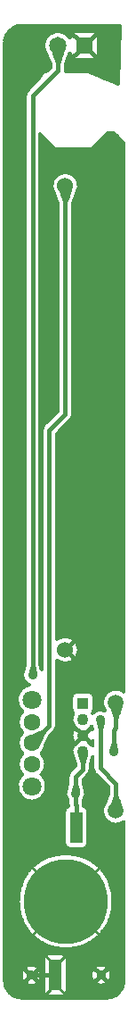
<source format=gbl>
*
%LPD*%
%LNKIMONO2-L2*%
%FSLAX25Y25*%
%MOIN*%
%AD*%
%AD*%
%ADD26C,0.06*%
%ADD38C,0.012*%
%ADD39C,0.015*%
%ADD40C,0.01*%
%ADD41R,0.064959843X0.064959843*%
%ADD42C,0.064959843*%
%ADD61C,0.059059843*%
%ADD65C,0.062990157*%
%ADD66C,0.036*%
%ADD68C,0.070870079*%
%ADD98R,0.043309843X0.043309843*%
%ADD99C,0.043309843*%
%ADD102R,0.047240157X0.118109843*%
%ADD103C,0.314959843*%
G54D26*
%SRX1Y1I0.0J0.0*%
G1X85802Y131978D3*
G1X85802Y305206D3*
G1X103080Y10567D2*
G75*
G54D38*
G3X103080Y10567I-3900J0D1*
G1X76980Y10467D2*
G3X76980Y10467I-3900J0D1*
G1X103828Y38067D2*
G3X103828Y38067I-17848J0D1*
G74*
G1X96130Y96100D2*
G1X96130Y98034D1*
G1X95412Y97067D2*
G75*
G3X96130Y98034I-3031J3001D1*
G1X96130Y96100D2*
G3X95412Y97067I-3749J-2034D1*
G1X95991Y102337D2*
G3X95412Y103067I-3611J-2270D1*
G74*
G1X95991Y102337D2*
G1X95713Y103406D1*
G1X95412Y103067D2*
G75*
G3X95713Y103406I-3034J2997D1*
G74*
G1X107780Y116408D2*
G1X107780Y321218D1*
G1X103944Y325054D1*
G1X101829Y325054D1*
G1X95735Y318961D1*
G1X81985Y318961D1*
G1X76430Y324515D1*
G1X76430Y126531D1*
G1X76930Y124607D1*
G1X76930Y213767D1*
G1X77765Y215782D2*
G75*
G3X76930Y213767I2015J-2015D1*
G74*
G1X77765Y215782D2*
G1X82952Y220970D1*
G1X82952Y298708D1*
G1X81701Y302174D1*
G1X89903Y302174D2*
G75*
G3X81701Y302174I-4101J3032D1*
G74*
G1X89903Y302174D2*
G1X88652Y298708D1*
G1X88652Y219789D1*
G1X87817Y217774D2*
G75*
G3X88652Y219789I-2015J2015D1*
G74*
G1X87817Y217774D2*
G1X82630Y212586D1*
G1X82630Y135972D1*
G1X82630Y127984D2*
G75*
G3X82630Y135972I3172J3994D1*
G74*
G1X82630Y127984D2*
G1X82630Y103667D1*
G1X81795Y101652D2*
G75*
G3X82630Y103667I-2015J2015D1*
G74*
G1X81795Y101652D2*
G1X80109Y99966D1*
G1X78477Y96428D1*
G1X76753Y93230D2*
G75*
G3X78477Y96428I-3473J3936D1*
G1X76822Y85418D2*
G3X76753Y93230I-3542J3875D1*
G1X69738Y85418D2*
G3X76822Y85418I3542J-4393D1*
G1X69807Y93230D2*
G3X69738Y85418I3473J-3937D1*
G1X69807Y101104D2*
G3X69807Y93230I3473J-3937D1*
G1X69738Y108916D2*
G3X69807Y101104I3542J-3875D1*
G1X72332Y118872D2*
G3X69738Y108916I948J-5563D1*
G1X70210Y124530D2*
G3X72332Y118872I3370J-1963D1*
G74*
G1X70210Y124530D2*
G1X70730Y126531D1*
G1X70730Y338767D1*
G1X71565Y340782D2*
G75*
G3X70730Y338767I2015J-2015D1*
G74*
G1X71565Y340782D2*
G1X75299Y344517D1*
G1X77797Y347967D1*
G1X78749Y347967D1*
G1X80187Y349405D1*
G1X80187Y350556D1*
G1X78776Y354336D1*
G1X87532Y360466D2*
G75*
G3X78775Y354336I-4495J-2899D1*
G74*
G1X87532Y360466D2*
G1X87532Y360815D1*
G1X89632Y362915D2*
G75*
G3X87532Y360815I0J-2100D1*
G74*
G1X89632Y362915D2*
G1X96128Y362915D1*
G1X98228Y360815D2*
G75*
G3X96128Y362915I-2100J0D1*
G74*
G1X98228Y360815D2*
G1X98228Y354319D1*
G1X96128Y352219D2*
G75*
G3X98228Y354319I0J2100D1*
G74*
G1X96128Y352219D2*
G1X89632Y352219D1*
G1X87532Y354319D2*
G75*
G3X89632Y352219I2100J0D1*
G74*
G1X87532Y354319D2*
G1X87532Y354668D1*
G1X87299Y354336D2*
G75*
G3X87532Y354668I-4258J3236D1*
G74*
G1X87299Y354336D2*
G1X85888Y350556D1*
G1X85888Y348224D1*
G1X85876Y347967D2*
G75*
G3X85888Y348224I-2839J261D1*
G74*
G1X85876Y347967D2*
G1X94200Y347967D1*
G1X105627Y343212D1*
G1X106331Y365067D1*
G1X69554Y365067D1*
G75*
G3X63080Y358593I0J-6474D1*
G74*
G1X63080Y8441D1*
G75*
G3X69554Y1967I6474J0D1*
G74*
G1X101306Y1967D1*
G75*
G3X107780Y8441I0J6474D1*
G74*
G1X107780Y67726D1*
G1X100709Y74785D2*
G75*
G3X107780Y67726I4070J-2994D1*
G74*
G1X100709Y74785D2*
G1X101930Y78192D1*
G1X101930Y80786D1*
G1X96965Y85752D1*
G1X96130Y87767D2*
G75*
G3X96965Y85752I2850J0D1*
G74*
G1X96130Y87767D2*
G1X96130Y92034D1*
G1X95961Y91750D2*
G75*
G3X96130Y92034I-3578J2322D1*
G74*
G1X95961Y91750D2*
G1X95230Y89317D1*
G1X95230Y87367D1*
G1X94395Y85352D2*
G75*
G3X95230Y87367I-2015J2015D1*
G74*
G1X94395Y85352D2*
G1X92530Y83486D1*
G1X92530Y82331D1*
G1X93050Y80330D1*
G1X92530Y75705D2*
G75*
G3X93050Y80330I-2850J2662D1*
G74*
G1X92530Y75705D2*
G1X92530Y75068D1*
G1X92767Y73930D2*
G75*
G3X92530Y75068I-2850J0D1*
G74*
G1X92767Y73930D2*
G1X92767Y73574D1*
G1X94379Y71532D2*
G75*
G3X92767Y73574I-2100J0D1*
G74*
G1X94379Y71532D2*
G1X94379Y59721D1*
G1X92279Y57621D2*
G75*
G3X94379Y59721I0J2100D1*
G74*
G1X92279Y57621D2*
G1X87555Y57621D1*
G1X85455Y59721D2*
G75*
G3X87555Y57621I2100J0D1*
G74*
G1X85455Y59721D2*
G1X85455Y71532D1*
G1X86903Y73528D2*
G75*
G3X85455Y71532I652J-1996D1*
G1X86830Y74167D2*
G3X86903Y73528I2850J2D1*
G74*
G1X86830Y74167D2*
G1X86830Y75705D1*
G1X86310Y80330D2*
G75*
G3X86830Y75705I3370J-1963D1*
G74*
G1X86310Y80330D2*
G1X86830Y82331D1*
G1X86830Y84667D1*
G1X87665Y86682D2*
G75*
G3X86830Y84667I2015J-2015D1*
G74*
G1X87665Y86682D2*
G1X89530Y88548D1*
G1X89530Y89317D1*
G1X88799Y91750D1*
G1X89348Y97067D2*
G75*
G3X88799Y91750I3032J-3000D1*
G1X89348Y103067D2*
G3X89348Y97067I3032J-3000D1*
G1X88785Y108363D2*
G3X89348Y103067I3595J-2296D1*
G1X88115Y109902D2*
G3X88785Y108363I2100J-1D1*
G74*
G1X88115Y109902D2*
G1X88115Y114232D1*
G1X90215Y116332D2*
G75*
G3X88115Y114232I0J-2100D1*
G74*
G1X90215Y116332D2*
G1X94545Y116332D1*
G1X96645Y114232D2*
G75*
G3X94545Y116332I-2100J0D1*
G74*
G1X96645Y114232D2*
G1X96645Y109902D1*
G1X95975Y108363D2*
G75*
G3X96645Y109902I-1430J1538D1*
G74*
G1X96014Y108300D2*
G1X95975Y108363D1*
G1X100747Y109244D2*
G75*
G3X96014Y108300I-1767J-3477D1*
G74*
G1X100747Y109244D2*
G1X100709Y109349D1*
G1X107780Y116408D2*
G75*
G3X100709Y109349I-3001J-4065D1*
G1X103080Y10567D2*
G3X103080Y10567I-3900J0D1*
G74*
G1X86505Y16413D2*
G1X86505Y4602D1*
G1X84405Y2502D2*
G75*
G3X86505Y4602I0J2100D1*
G74*
G1X84405Y2502D2*
G1X79681Y2502D1*
G1X77581Y4602D2*
G75*
G3X79681Y2502I2100J0D1*
G74*
G1X77581Y4602D2*
G1X77581Y16413D1*
G1X79681Y18513D2*
G75*
G3X77581Y16413I0J-2100D1*
G74*
G1X79681Y18513D2*
G1X84405Y18513D1*
G1X86505Y16413D2*
G75*
G3X84405Y18513I-2100J0D1*
G1X76980Y10467D2*
G3X76980Y10467I-3900J0D1*
G1X103828Y38067D2*
G3X103828Y38067I-17848J0D1*
G74*
G1X97320Y320546D2*
G1X107780Y320546D1*
G1X96240Y319466D2*
G1X107780Y319466D1*
G1X76430Y318386D2*
G1X107780Y318386D1*
G1X76430Y317306D2*
G1X107780Y317306D1*
G1X76430Y316226D2*
G1X107780Y316226D1*
G1X76430Y315146D2*
G1X107780Y315146D1*
G1X76430Y314066D2*
G1X107780Y314066D1*
G1X76430Y312986D2*
G1X107780Y312986D1*
G1X76430Y311906D2*
G1X107780Y311906D1*
G1X76430Y310826D2*
G1X107780Y310826D1*
G1X88127Y309746D2*
G1X107780Y309746D1*
G1X89549Y308666D2*
G1X107780Y308666D1*
G1X90313Y307586D2*
G1X107780Y307586D1*
G1X90734Y306506D2*
G1X107780Y306506D1*
G1X90897Y305426D2*
G1X107780Y305426D1*
G1X90829Y304346D2*
G1X107780Y304346D1*
G1X90518Y303266D2*
G1X107780Y303266D1*
G1X89911Y302186D2*
G1X107780Y302186D1*
G1X89517Y301106D2*
G1X107780Y301106D1*
G1X89128Y300026D2*
G1X107780Y300026D1*
G1X88738Y298946D2*
G1X107780Y298946D1*
G1X88652Y297866D2*
G1X107780Y297866D1*
G1X88652Y296786D2*
G1X107780Y296786D1*
G1X88652Y295706D2*
G1X107780Y295706D1*
G1X88652Y294626D2*
G1X107780Y294626D1*
G1X88652Y293546D2*
G1X107780Y293546D1*
G1X88652Y292466D2*
G1X107780Y292466D1*
G1X88652Y291386D2*
G1X107780Y291386D1*
G1X88652Y290306D2*
G1X107780Y290306D1*
G1X88652Y289226D2*
G1X107780Y289226D1*
G1X88652Y288146D2*
G1X107780Y288146D1*
G1X88652Y287066D2*
G1X107780Y287066D1*
G1X88652Y285986D2*
G1X107780Y285986D1*
G1X88652Y284906D2*
G1X107780Y284906D1*
G1X88652Y283826D2*
G1X107780Y283826D1*
G1X88652Y282746D2*
G1X107780Y282746D1*
G1X88652Y281666D2*
G1X107780Y281666D1*
G1X88652Y280586D2*
G1X107780Y280586D1*
G1X88652Y279506D2*
G1X107780Y279506D1*
G1X88652Y278426D2*
G1X107780Y278426D1*
G1X88652Y277346D2*
G1X107780Y277346D1*
G1X88652Y276266D2*
G1X107780Y276266D1*
G1X88652Y275186D2*
G1X107780Y275186D1*
G1X88652Y274106D2*
G1X107780Y274106D1*
G1X88652Y273026D2*
G1X107780Y273026D1*
G1X88652Y271946D2*
G1X107780Y271946D1*
G1X88652Y270866D2*
G1X107780Y270866D1*
G1X88652Y269786D2*
G1X107780Y269786D1*
G1X88652Y268706D2*
G1X107780Y268706D1*
G1X88652Y267626D2*
G1X107780Y267626D1*
G1X88652Y266546D2*
G1X107780Y266546D1*
G1X88652Y265466D2*
G1X107780Y265466D1*
G1X88652Y264386D2*
G1X107780Y264386D1*
G1X88652Y263306D2*
G1X107780Y263306D1*
G1X88652Y262226D2*
G1X107780Y262226D1*
G1X88652Y261146D2*
G1X107780Y261146D1*
G1X88652Y260066D2*
G1X107780Y260066D1*
G1X88652Y258986D2*
G1X107780Y258986D1*
G1X88652Y257906D2*
G1X107780Y257906D1*
G1X88652Y256826D2*
G1X107780Y256826D1*
G1X88652Y255746D2*
G1X107780Y255746D1*
G1X88652Y254666D2*
G1X107780Y254666D1*
G1X88652Y253586D2*
G1X107780Y253586D1*
G1X88652Y252506D2*
G1X107780Y252506D1*
G1X88652Y251426D2*
G1X107780Y251426D1*
G1X88652Y250346D2*
G1X107780Y250346D1*
G1X88652Y249266D2*
G1X107780Y249266D1*
G1X88652Y248186D2*
G1X107780Y248186D1*
G1X88652Y247106D2*
G1X107780Y247106D1*
G1X88652Y246026D2*
G1X107780Y246026D1*
G1X88652Y244946D2*
G1X107780Y244946D1*
G1X88652Y243866D2*
G1X107780Y243866D1*
G1X88652Y242786D2*
G1X107780Y242786D1*
G1X88652Y241706D2*
G1X107780Y241706D1*
G1X88652Y240626D2*
G1X107780Y240626D1*
G1X88652Y239546D2*
G1X107780Y239546D1*
G1X88652Y238466D2*
G1X107780Y238466D1*
G1X88652Y237386D2*
G1X107780Y237386D1*
G1X88652Y236306D2*
G1X107780Y236306D1*
G1X88652Y235226D2*
G1X107780Y235226D1*
G1X88652Y234146D2*
G1X107780Y234146D1*
G1X88652Y233066D2*
G1X107780Y233066D1*
G1X88652Y231986D2*
G1X107780Y231986D1*
G1X88652Y230906D2*
G1X107780Y230906D1*
G1X88652Y229826D2*
G1X107780Y229826D1*
G1X88652Y228746D2*
G1X107780Y228746D1*
G1X88652Y227666D2*
G1X107780Y227666D1*
G1X88652Y226586D2*
G1X107780Y226586D1*
G1X88652Y225506D2*
G1X107780Y225506D1*
G1X88652Y224426D2*
G1X107780Y224426D1*
G1X88652Y223346D2*
G1X107780Y223346D1*
G1X88652Y222266D2*
G1X107780Y222266D1*
G1X88652Y221186D2*
G1X107780Y221186D1*
G1X88652Y220106D2*
G1X107780Y220106D1*
G1X88548Y219026D2*
G1X107780Y219026D1*
G1X87976Y217946D2*
G1X107780Y217946D1*
G1X86909Y216866D2*
G1X107780Y216866D1*
G1X85829Y215786D2*
G1X107780Y215786D1*
G1X84749Y214706D2*
G1X107780Y214706D1*
G1X83669Y213626D2*
G1X107780Y213626D1*
G1X82630Y212546D2*
G1X107780Y212546D1*
G1X82630Y211466D2*
G1X107780Y211466D1*
G1X82630Y210386D2*
G1X107780Y210386D1*
G1X82630Y209306D2*
G1X107780Y209306D1*
G1X82630Y208226D2*
G1X107780Y208226D1*
G1X82630Y207146D2*
G1X107780Y207146D1*
G1X82630Y206066D2*
G1X107780Y206066D1*
G1X82630Y204986D2*
G1X107780Y204986D1*
G1X82630Y203906D2*
G1X107780Y203906D1*
G1X82630Y202826D2*
G1X107780Y202826D1*
G1X82630Y201746D2*
G1X107780Y201746D1*
G1X82630Y200666D2*
G1X107780Y200666D1*
G1X82630Y199586D2*
G1X107780Y199586D1*
G1X82630Y198506D2*
G1X107780Y198506D1*
G1X82630Y197426D2*
G1X107780Y197426D1*
G1X82630Y196346D2*
G1X107780Y196346D1*
G1X82630Y195266D2*
G1X107780Y195266D1*
G1X82630Y194186D2*
G1X107780Y194186D1*
G1X82630Y193106D2*
G1X107780Y193106D1*
G1X82630Y192026D2*
G1X107780Y192026D1*
G1X82630Y190946D2*
G1X107780Y190946D1*
G1X82630Y189866D2*
G1X107780Y189866D1*
G1X82630Y188786D2*
G1X107780Y188786D1*
G1X82630Y187706D2*
G1X107780Y187706D1*
G1X82630Y186626D2*
G1X107780Y186626D1*
G1X82630Y185546D2*
G1X107780Y185546D1*
G1X82630Y184466D2*
G1X107780Y184466D1*
G1X82630Y183386D2*
G1X107780Y183386D1*
G1X82630Y182306D2*
G1X107780Y182306D1*
G1X82630Y181226D2*
G1X107780Y181226D1*
G1X82630Y180146D2*
G1X107780Y180146D1*
G1X82630Y179066D2*
G1X107780Y179066D1*
G1X82630Y177986D2*
G1X107780Y177986D1*
G1X82630Y176906D2*
G1X107780Y176906D1*
G1X82630Y175826D2*
G1X107780Y175826D1*
G1X82630Y174746D2*
G1X107780Y174746D1*
G1X82630Y173666D2*
G1X107780Y173666D1*
G1X82630Y172586D2*
G1X107780Y172586D1*
G1X82630Y171506D2*
G1X107780Y171506D1*
G1X82630Y170426D2*
G1X107780Y170426D1*
G1X82630Y169346D2*
G1X107780Y169346D1*
G1X82630Y168266D2*
G1X107780Y168266D1*
G1X82630Y167186D2*
G1X107780Y167186D1*
G1X82630Y166106D2*
G1X107780Y166106D1*
G1X82630Y165026D2*
G1X107780Y165026D1*
G1X82630Y163946D2*
G1X107780Y163946D1*
G1X82630Y162866D2*
G1X107780Y162866D1*
G1X82630Y161786D2*
G1X107780Y161786D1*
G1X82630Y160706D2*
G1X107780Y160706D1*
G1X82630Y159626D2*
G1X107780Y159626D1*
G1X82630Y158546D2*
G1X107780Y158546D1*
G1X82630Y157466D2*
G1X107780Y157466D1*
G1X82630Y156386D2*
G1X107780Y156386D1*
G1X82630Y155306D2*
G1X107780Y155306D1*
G1X82630Y154226D2*
G1X107780Y154226D1*
G1X82630Y153146D2*
G1X107780Y153146D1*
G1X82630Y152066D2*
G1X107780Y152066D1*
G1X82630Y150986D2*
G1X107780Y150986D1*
G1X82630Y149906D2*
G1X107780Y149906D1*
G1X82630Y148826D2*
G1X107780Y148826D1*
G1X82630Y147746D2*
G1X107780Y147746D1*
G1X82630Y146666D2*
G1X107780Y146666D1*
G1X82630Y145586D2*
G1X107780Y145586D1*
G1X82630Y144506D2*
G1X107780Y144506D1*
G1X82630Y143426D2*
G1X107780Y143426D1*
G1X82630Y142346D2*
G1X107780Y142346D1*
G1X82630Y141266D2*
G1X107780Y141266D1*
G1X82630Y140186D2*
G1X107780Y140186D1*
G1X82630Y139106D2*
G1X107780Y139106D1*
G1X82630Y138026D2*
G1X107780Y138026D1*
G1X86956Y136946D2*
G1X107780Y136946D1*
G1X89103Y135866D2*
G1X107780Y135866D1*
G1X90060Y134786D2*
G1X107780Y134786D1*
G1X90601Y133706D2*
G1X107780Y133706D1*
G1X90861Y132626D2*
G1X107780Y132626D1*
G1X90884Y131546D2*
G1X107780Y131546D1*
G1X90673Y130466D2*
G1X107780Y130466D1*
G1X90194Y129386D2*
G1X107780Y129386D1*
G1X89341Y128306D2*
G1X107780Y128306D1*
G1X87653Y127226D2*
G1X107780Y127226D1*
G1X82630Y126146D2*
G1X107780Y126146D1*
G1X82630Y125066D2*
G1X107780Y125066D1*
G1X82630Y123986D2*
G1X107780Y123986D1*
G1X82630Y122906D2*
G1X107780Y122906D1*
G1X82630Y121826D2*
G1X107780Y121826D1*
G1X82630Y120746D2*
G1X107780Y120746D1*
G1X82630Y119666D2*
G1X107780Y119666D1*
G1X82630Y118586D2*
G1X107780Y118586D1*
G1X82630Y117506D2*
G1X107780Y117506D1*
G1X107756Y116426D2*
G1X107780Y116426D1*
G1X105047Y66746D2*
G1X107780Y66746D1*
G1X94379Y65666D2*
G1X107780Y65666D1*
G1X94379Y64586D2*
G1X107780Y64586D1*
G1X94379Y63506D2*
G1X107780Y63506D1*
G1X94379Y62426D2*
G1X107780Y62426D1*
G1X94379Y61346D2*
G1X107780Y61346D1*
G1X94379Y60266D2*
G1X107780Y60266D1*
G1X94310Y59186D2*
G1X107780Y59186D1*
G1X93622Y58106D2*
G1X107780Y58106D1*
G1X63080Y57026D2*
G1X107780Y57026D1*
G1X63080Y55946D2*
G1X107780Y55946D1*
G1X92010Y54866D2*
G1X107780Y54866D1*
G1X94434Y53786D2*
G1X107780Y53786D1*
G1X96191Y52706D2*
G1X107780Y52706D1*
G1X97587Y51626D2*
G1X107780Y51626D1*
G1X98741Y50546D2*
G1X107780Y50546D1*
G1X99714Y49466D2*
G1X107780Y49466D1*
G1X100543Y48386D2*
G1X107780Y48386D1*
G1X101251Y47306D2*
G1X107780Y47306D1*
G1X101854Y46226D2*
G1X107780Y46226D1*
G1X102364Y45146D2*
G1X107780Y45146D1*
G1X102790Y44066D2*
G1X107780Y44066D1*
G1X103137Y42986D2*
G1X107780Y42986D1*
G1X103410Y41906D2*
G1X107780Y41906D1*
G1X103614Y40826D2*
G1X107780Y40826D1*
G1X103749Y39746D2*
G1X107780Y39746D1*
G1X103818Y38666D2*
G1X107780Y38666D1*
G1X103822Y37586D2*
G1X107780Y37586D1*
G1X103760Y36506D2*
G1X107780Y36506D1*
G1X103632Y35426D2*
G1X107780Y35426D1*
G1X103436Y34346D2*
G1X107780Y34346D1*
G1X103170Y33266D2*
G1X107780Y33266D1*
G1X102831Y32186D2*
G1X107780Y32186D1*
G1X102415Y31106D2*
G1X107780Y31106D1*
G1X101914Y30026D2*
G1X107780Y30026D1*
G1X101321Y28946D2*
G1X107780Y28946D1*
G1X100625Y27866D2*
G1X107780Y27866D1*
G1X99811Y26786D2*
G1X107780Y26786D1*
G1X98854Y25706D2*
G1X107780Y25706D1*
G1X97722Y24626D2*
G1X107780Y24626D1*
G1X96357Y23546D2*
G1X107780Y23546D1*
G1X94649Y22466D2*
G1X107780Y22466D1*
G1X92327Y21386D2*
G1X107780Y21386D1*
G1X87737Y20306D2*
G1X107780Y20306D1*
G1X63080Y19226D2*
G1X107780Y19226D1*
G1X85592Y18146D2*
G1X107780Y18146D1*
G1X86401Y17066D2*
G1X107780Y17066D1*
G1X86505Y15986D2*
G1X107780Y15986D1*
G1X86505Y14906D2*
G1X107780Y14906D1*
G1X101323Y13826D2*
G1X107780Y13826D1*
G1X102415Y12746D2*
G1X107780Y12746D1*
G1X102922Y11666D2*
G1X107780Y11666D1*
G1X103080Y10586D2*
G1X107780Y10586D1*
G1X102933Y9506D2*
G1X107780Y9506D1*
G1X102440Y8426D2*
G1X107780Y8426D1*
G1X101378Y7346D2*
G1X107687Y7346D1*
G1X86505Y6266D2*
G1X107404Y6266D1*
G1X98400Y321626D2*
G1X107373Y321626D1*
G1X86505Y5186D2*
G1X106902Y5186D1*
G1X67803Y364826D2*
G1X106324Y364826D1*
G1X99480Y322706D2*
G1X106293Y322706D1*
G1X65635Y363746D2*
G1X106289Y363746D1*
G1X97121Y362666D2*
G1X106254Y362666D1*
G1X98082Y361586D2*
G1X106219Y361586D1*
G1X98228Y360506D2*
G1X106184Y360506D1*
G1X98228Y359426D2*
G1X106150Y359426D1*
G1X98228Y358346D2*
G1X106115Y358346D1*
G1X86446Y4106D2*
G1X106114Y4106D1*
G1X98228Y357266D2*
G1X106080Y357266D1*
G1X98228Y356186D2*
G1X106045Y356186D1*
G1X98228Y355106D2*
G1X106011Y355106D1*
G1X98207Y354026D2*
G1X105976Y354026D1*
G1X97717Y352946D2*
G1X105941Y352946D1*
G1X86377Y351866D2*
G1X105906Y351866D1*
G1X85973Y350786D2*
G1X105871Y350786D1*
G1X85888Y349706D2*
G1X105837Y349706D1*
G1X85888Y348626D2*
G1X105802Y348626D1*
G1X95212Y347546D2*
G1X105767Y347546D1*
G1X97808Y346466D2*
G1X105732Y346466D1*
G1X100404Y345386D2*
G1X105697Y345386D1*
G1X102999Y344306D2*
G1X105663Y344306D1*
G1X105595Y343226D2*
G1X105628Y343226D1*
G1X100560Y323786D2*
G1X105213Y323786D1*
G1X85792Y3026D2*
G1X104854Y3026D1*
G1X94379Y66746D2*
G1X104513Y66746D1*
G1X101640Y324866D2*
G1X104133Y324866D1*
G1X92932Y80786D2*
G1X101930Y80786D1*
G1X93343Y79706D2*
G1X101930Y79706D1*
G1X93571Y78626D2*
G1X101930Y78626D1*
G1X82630Y116426D2*
G1X101804Y116426D1*
G1X93493Y77546D2*
G1X101698Y77546D1*
G1X94379Y67826D2*
G1X101649Y67826D1*
G1X93085Y76466D2*
G1X101312Y76466D1*
G1X92530Y75386D2*
G1X100925Y75386D1*
G1X92651Y81866D2*
G1X100851Y81866D1*
G1X96326Y115346D2*
G1X100717Y115346D1*
G1X94379Y68906D2*
G1X100632Y68906D1*
G1X92742Y74306D2*
G1X100397Y74306D1*
G1X96645Y109946D2*
G1X100332Y109946D1*
G1X96645Y114266D2*
G1X100108Y114266D1*
G1X94379Y69986D2*
G1X100061Y69986D1*
G1X93520Y73226D2*
G1X99935Y73226D1*
G1X96645Y111026D2*
G1X99902Y111026D1*
G1X96645Y113186D2*
G1X99798Y113186D1*
G1X94379Y71066D2*
G1X99780Y71066D1*
G1X92530Y82946D2*
G1X99771Y82946D1*
G1X94287Y72146D2*
G1X99740Y72146D1*
G1X96645Y112106D2*
G1X99733Y112106D1*
G1X93069Y84026D2*
G1X98691Y84026D1*
G1X94149Y85106D2*
G1X97611Y85106D1*
G1X86505Y13826D2*
G1X97037Y13826D1*
G1X86505Y7346D2*
G1X96982Y7346D1*
G1X96372Y108866D2*
G1X96612Y108866D1*
G1X94974Y86186D2*
G1X96609Y86186D1*
G1X95228Y87266D2*
G1X96174Y87266D1*
G1X95912Y91586D2*
G1X96130Y91586D1*
G1X95587Y90506D2*
G1X96130Y90506D1*
G1X95263Y89426D2*
G1X96130Y89426D1*
G1X95230Y88346D2*
G1X96130Y88346D1*
G1X86505Y12746D2*
G1X95945Y12746D1*
G1X86505Y8426D2*
G1X95920Y8426D1*
G1X86505Y11666D2*
G1X95438Y11666D1*
G1X86505Y9506D2*
G1X95427Y9506D1*
G1X86505Y10586D2*
G1X95280Y10586D1*
G1X78528Y89426D2*
G1X89497Y89426D1*
G1X78443Y88346D2*
G1X89328Y88346D1*
G1X78735Y96986D2*
G1X89270Y96986D1*
G1X78388Y90506D2*
G1X89173Y90506D1*
G1X82623Y103466D2*
G1X89000Y103466D1*
G1X78003Y91586D2*
G1X88848Y91586D1*
G1X82326Y102386D2*
G1X88800Y102386D1*
G1X84651Y362666D2*
G1X88639Y362666D1*
G1X79233Y98066D2*
G1X88613Y98066D1*
G1X78376Y95906D2*
G1X88531Y95906D1*
G1X82630Y107786D2*
G1X88476Y107786D1*
G1X82630Y115346D2*
G1X88434Y115346D1*
G1X82630Y104546D2*
G1X88395Y104546D1*
G1X82630Y108866D2*
G1X88388Y108866D1*
G1X77303Y92666D2*
G1X88351Y92666D1*
G1X81449Y101306D2*
G1X88298Y101306D1*
G1X78122Y87266D2*
G1X88248Y87266D1*
G1X79731Y99146D2*
G1X88215Y99146D1*
G1X77979Y94826D2*
G1X88183Y94826D1*
G1X82630Y106706D2*
G1X88163Y106706D1*
G1X82630Y105626D2*
G1X88138Y105626D1*
G1X77262Y93746D2*
G1X88127Y93746D1*
G1X80369Y100226D2*
G1X88118Y100226D1*
G1X82630Y114266D2*
G1X88115Y114266D1*
G1X82630Y113186D2*
G1X88115Y113186D1*
G1X82630Y112106D2*
G1X88115Y112106D1*
G1X82630Y111026D2*
G1X88115Y111026D1*
G1X82630Y109946D2*
G1X88115Y109946D1*
G1X86780Y352946D2*
G1X88043Y352946D1*
G1X86566Y361586D2*
G1X87678Y361586D1*
G1X87183Y354026D2*
G1X87553Y354026D1*
G1X87506Y360506D2*
G1X87532Y360506D1*
G1X77511Y86186D2*
G1X87268Y86186D1*
G1X77178Y85106D2*
G1X86864Y85106D1*
G1X78060Y84026D2*
G1X86830Y84026D1*
G1X78587Y82946D2*
G1X86830Y82946D1*
G1X73486Y75386D2*
G1X86830Y75386D1*
G1X63080Y74306D2*
G1X86830Y74306D1*
G1X78860Y81866D2*
G1X86709Y81866D1*
G1X78918Y80786D2*
G1X86428Y80786D1*
G1X63080Y73226D2*
G1X86314Y73226D1*
G1X76605Y76466D2*
G1X86275Y76466D1*
G1X63080Y58106D2*
G1X86212Y58106D1*
G1X78767Y79706D2*
G1X86017Y79706D1*
G1X77723Y77546D2*
G1X85867Y77546D1*
G1X78388Y78626D2*
G1X85789Y78626D1*
G1X63080Y72146D2*
G1X85547Y72146D1*
G1X63080Y59186D2*
G1X85524Y59186D1*
G1X63080Y71066D2*
G1X85455Y71066D1*
G1X63080Y69986D2*
G1X85455Y69986D1*
G1X63080Y68906D2*
G1X85455Y68906D1*
G1X63080Y67826D2*
G1X85455Y67826D1*
G1X63080Y66746D2*
G1X85455Y66746D1*
G1X63080Y65666D2*
G1X85455Y65666D1*
G1X63080Y64586D2*
G1X85455Y64586D1*
G1X63080Y63506D2*
G1X85455Y63506D1*
G1X63080Y62426D2*
G1X85455Y62426D1*
G1X63080Y61346D2*
G1X85455Y61346D1*
G1X63080Y60266D2*
G1X85455Y60266D1*
G1X82630Y136946D2*
G1X84648Y136946D1*
G1X63080Y20306D2*
G1X84223Y20306D1*
G1X82630Y127226D2*
G1X83951Y127226D1*
G1X76430Y309746D2*
G1X83477Y309746D1*
G1X76430Y297866D2*
G1X82952Y297866D1*
G1X76430Y296786D2*
G1X82952Y296786D1*
G1X76430Y295706D2*
G1X82952Y295706D1*
G1X76430Y294626D2*
G1X82952Y294626D1*
G1X76430Y293546D2*
G1X82952Y293546D1*
G1X76430Y292466D2*
G1X82952Y292466D1*
G1X76430Y291386D2*
G1X82952Y291386D1*
G1X76430Y290306D2*
G1X82952Y290306D1*
G1X76430Y289226D2*
G1X82952Y289226D1*
G1X76430Y288146D2*
G1X82952Y288146D1*
G1X76430Y287066D2*
G1X82952Y287066D1*
G1X76430Y285986D2*
G1X82952Y285986D1*
G1X76430Y284906D2*
G1X82952Y284906D1*
G1X76430Y283826D2*
G1X82952Y283826D1*
G1X76430Y282746D2*
G1X82952Y282746D1*
G1X76430Y281666D2*
G1X82952Y281666D1*
G1X76430Y280586D2*
G1X82952Y280586D1*
G1X76430Y279506D2*
G1X82952Y279506D1*
G1X76430Y278426D2*
G1X82952Y278426D1*
G1X76430Y277346D2*
G1X82952Y277346D1*
G1X76430Y276266D2*
G1X82952Y276266D1*
G1X76430Y275186D2*
G1X82952Y275186D1*
G1X76430Y274106D2*
G1X82952Y274106D1*
G1X76430Y273026D2*
G1X82952Y273026D1*
G1X76430Y271946D2*
G1X82952Y271946D1*
G1X76430Y270866D2*
G1X82952Y270866D1*
G1X76430Y269786D2*
G1X82952Y269786D1*
G1X76430Y268706D2*
G1X82952Y268706D1*
G1X76430Y267626D2*
G1X82952Y267626D1*
G1X76430Y266546D2*
G1X82952Y266546D1*
G1X76430Y265466D2*
G1X82952Y265466D1*
G1X76430Y264386D2*
G1X82952Y264386D1*
G1X76430Y263306D2*
G1X82952Y263306D1*
G1X76430Y262226D2*
G1X82952Y262226D1*
G1X76430Y261146D2*
G1X82952Y261146D1*
G1X76430Y260066D2*
G1X82952Y260066D1*
G1X76430Y258986D2*
G1X82952Y258986D1*
G1X76430Y257906D2*
G1X82952Y257906D1*
G1X76430Y256826D2*
G1X82952Y256826D1*
G1X76430Y255746D2*
G1X82952Y255746D1*
G1X76430Y254666D2*
G1X82952Y254666D1*
G1X76430Y253586D2*
G1X82952Y253586D1*
G1X76430Y252506D2*
G1X82952Y252506D1*
G1X76430Y251426D2*
G1X82952Y251426D1*
G1X76430Y250346D2*
G1X82952Y250346D1*
G1X76430Y249266D2*
G1X82952Y249266D1*
G1X76430Y248186D2*
G1X82952Y248186D1*
G1X76430Y247106D2*
G1X82952Y247106D1*
G1X76430Y246026D2*
G1X82952Y246026D1*
G1X76430Y244946D2*
G1X82952Y244946D1*
G1X76430Y243866D2*
G1X82952Y243866D1*
G1X76430Y242786D2*
G1X82952Y242786D1*
G1X76430Y241706D2*
G1X82952Y241706D1*
G1X76430Y240626D2*
G1X82952Y240626D1*
G1X76430Y239546D2*
G1X82952Y239546D1*
G1X76430Y238466D2*
G1X82952Y238466D1*
G1X76430Y237386D2*
G1X82952Y237386D1*
G1X76430Y236306D2*
G1X82952Y236306D1*
G1X76430Y235226D2*
G1X82952Y235226D1*
G1X76430Y234146D2*
G1X82952Y234146D1*
G1X76430Y233066D2*
G1X82952Y233066D1*
G1X76430Y231986D2*
G1X82952Y231986D1*
G1X76430Y230906D2*
G1X82952Y230906D1*
G1X76430Y229826D2*
G1X82952Y229826D1*
G1X76430Y228746D2*
G1X82952Y228746D1*
G1X76430Y227666D2*
G1X82952Y227666D1*
G1X76430Y226586D2*
G1X82952Y226586D1*
G1X76430Y225506D2*
G1X82952Y225506D1*
G1X76430Y224426D2*
G1X82952Y224426D1*
G1X76430Y223346D2*
G1X82952Y223346D1*
G1X76430Y222266D2*
G1X82952Y222266D1*
G1X76430Y221186D2*
G1X82952Y221186D1*
G1X76430Y298946D2*
G1X82866Y298946D1*
G1X76430Y300026D2*
G1X82476Y300026D1*
G1X76430Y220106D2*
G1X82088Y220106D1*
G1X76430Y301106D2*
G1X82087Y301106D1*
G1X76430Y308666D2*
G1X82055Y308666D1*
G1X76430Y302186D2*
G1X81693Y302186D1*
G1X76430Y319466D2*
G1X81480Y319466D1*
G1X64522Y362666D2*
G1X81423Y362666D1*
G1X76430Y307586D2*
G1X81291Y307586D1*
G1X76430Y303266D2*
G1X81086Y303266D1*
G1X76430Y219026D2*
G1X81008Y219026D1*
G1X76430Y306506D2*
G1X80870Y306506D1*
G1X76430Y304346D2*
G1X80775Y304346D1*
G1X76430Y305426D2*
G1X80707Y305426D1*
G1X76430Y320546D2*
G1X80400Y320546D1*
G1X63080Y349706D2*
G1X80187Y349706D1*
G1X63080Y350786D2*
G1X80102Y350786D1*
G1X63080Y54866D2*
G1X79950Y54866D1*
G1X76430Y217946D2*
G1X79928Y217946D1*
G1X63080Y351866D2*
G1X79698Y351866D1*
G1X63080Y21386D2*
G1X79633Y21386D1*
G1X63813Y361586D2*
G1X79509Y361586D1*
G1X63080Y348626D2*
G1X79408Y348626D1*
G1X76430Y321626D2*
G1X79320Y321626D1*
G1X63080Y352946D2*
G1X79295Y352946D1*
G1X63080Y354026D2*
G1X78892Y354026D1*
G1X76430Y216866D2*
G1X78848Y216866D1*
G1X63369Y360506D2*
G1X78569Y360506D1*
G1X63080Y18146D2*
G1X78494Y18146D1*
G1X66006Y3026D2*
G1X78294Y3026D1*
G1X63080Y355106D2*
G1X78289Y355106D1*
G1X76430Y322706D2*
G1X78240Y322706D1*
G1X63134Y359426D2*
G1X78023Y359426D1*
G1X63080Y356186D2*
G1X77871Y356186D1*
G1X76430Y215786D2*
G1X77768Y215786D1*
G1X63080Y358346D2*
G1X77746Y358346D1*
G1X63080Y357266D2*
G1X77698Y357266D1*
G1X63080Y17066D2*
G1X77685Y17066D1*
G1X64746Y4106D2*
G1X77640Y4106D1*
G1X63080Y15986D2*
G1X77581Y15986D1*
G1X63080Y14906D2*
G1X77581Y14906D1*
G1X75062Y13826D2*
G1X77581Y13826D1*
G1X76245Y12746D2*
G1X77581Y12746D1*
G1X76791Y11666D2*
G1X77581Y11666D1*
G1X76978Y10586D2*
G1X77581Y10586D1*
G1X76860Y9506D2*
G1X77581Y9506D1*
G1X76403Y8426D2*
G1X77581Y8426D1*
G1X75418Y7346D2*
G1X77581Y7346D1*
G1X63456Y6266D2*
G1X77581Y6266D1*
G1X63958Y5186D2*
G1X77581Y5186D1*
G1X63080Y53786D2*
G1X77526Y53786D1*
G1X63080Y347546D2*
G1X77492Y347546D1*
G1X63080Y22466D2*
G1X77311Y22466D1*
G1X76430Y323786D2*
G1X77160Y323786D1*
G1X76430Y214706D2*
G1X77089Y214706D1*
G1X76430Y213626D2*
G1X76930Y213626D1*
G1X76430Y212546D2*
G1X76930Y212546D1*
G1X76430Y211466D2*
G1X76930Y211466D1*
G1X76430Y210386D2*
G1X76930Y210386D1*
G1X76430Y209306D2*
G1X76930Y209306D1*
G1X76430Y208226D2*
G1X76930Y208226D1*
G1X76430Y207146D2*
G1X76930Y207146D1*
G1X76430Y206066D2*
G1X76930Y206066D1*
G1X76430Y204986D2*
G1X76930Y204986D1*
G1X76430Y203906D2*
G1X76930Y203906D1*
G1X76430Y202826D2*
G1X76930Y202826D1*
G1X76430Y201746D2*
G1X76930Y201746D1*
G1X76430Y200666D2*
G1X76930Y200666D1*
G1X76430Y199586D2*
G1X76930Y199586D1*
G1X76430Y198506D2*
G1X76930Y198506D1*
G1X76430Y197426D2*
G1X76930Y197426D1*
G1X76430Y196346D2*
G1X76930Y196346D1*
G1X76430Y195266D2*
G1X76930Y195266D1*
G1X76430Y194186D2*
G1X76930Y194186D1*
G1X76430Y193106D2*
G1X76930Y193106D1*
G1X76430Y192026D2*
G1X76930Y192026D1*
G1X76430Y190946D2*
G1X76930Y190946D1*
G1X76430Y189866D2*
G1X76930Y189866D1*
G1X76430Y188786D2*
G1X76930Y188786D1*
G1X76430Y187706D2*
G1X76930Y187706D1*
G1X76430Y186626D2*
G1X76930Y186626D1*
G1X76430Y185546D2*
G1X76930Y185546D1*
G1X76430Y184466D2*
G1X76930Y184466D1*
G1X76430Y183386D2*
G1X76930Y183386D1*
G1X76430Y182306D2*
G1X76930Y182306D1*
G1X76430Y181226D2*
G1X76930Y181226D1*
G1X76430Y180146D2*
G1X76930Y180146D1*
G1X76430Y179066D2*
G1X76930Y179066D1*
G1X76430Y177986D2*
G1X76930Y177986D1*
G1X76430Y176906D2*
G1X76930Y176906D1*
G1X76430Y175826D2*
G1X76930Y175826D1*
G1X76430Y174746D2*
G1X76930Y174746D1*
G1X76430Y173666D2*
G1X76930Y173666D1*
G1X76430Y172586D2*
G1X76930Y172586D1*
G1X76430Y171506D2*
G1X76930Y171506D1*
G1X76430Y170426D2*
G1X76930Y170426D1*
G1X76430Y169346D2*
G1X76930Y169346D1*
G1X76430Y168266D2*
G1X76930Y168266D1*
G1X76430Y167186D2*
G1X76930Y167186D1*
G1X76430Y166106D2*
G1X76930Y166106D1*
G1X76430Y165026D2*
G1X76930Y165026D1*
G1X76430Y163946D2*
G1X76930Y163946D1*
G1X76430Y162866D2*
G1X76930Y162866D1*
G1X76430Y161786D2*
G1X76930Y161786D1*
G1X76430Y160706D2*
G1X76930Y160706D1*
G1X76430Y159626D2*
G1X76930Y159626D1*
G1X76430Y158546D2*
G1X76930Y158546D1*
G1X76430Y157466D2*
G1X76930Y157466D1*
G1X76430Y156386D2*
G1X76930Y156386D1*
G1X76430Y155306D2*
G1X76930Y155306D1*
G1X76430Y154226D2*
G1X76930Y154226D1*
G1X76430Y153146D2*
G1X76930Y153146D1*
G1X76430Y152066D2*
G1X76930Y152066D1*
G1X76430Y150986D2*
G1X76930Y150986D1*
G1X76430Y149906D2*
G1X76930Y149906D1*
G1X76430Y148826D2*
G1X76930Y148826D1*
G1X76430Y147746D2*
G1X76930Y147746D1*
G1X76430Y146666D2*
G1X76930Y146666D1*
G1X76430Y145586D2*
G1X76930Y145586D1*
G1X76430Y144506D2*
G1X76930Y144506D1*
G1X76430Y143426D2*
G1X76930Y143426D1*
G1X76430Y142346D2*
G1X76930Y142346D1*
G1X76430Y141266D2*
G1X76930Y141266D1*
G1X76430Y140186D2*
G1X76930Y140186D1*
G1X76430Y139106D2*
G1X76930Y139106D1*
G1X76430Y138026D2*
G1X76930Y138026D1*
G1X76430Y136946D2*
G1X76930Y136946D1*
G1X76430Y135866D2*
G1X76930Y135866D1*
G1X76430Y134786D2*
G1X76930Y134786D1*
G1X76430Y133706D2*
G1X76930Y133706D1*
G1X76430Y132626D2*
G1X76930Y132626D1*
G1X76430Y131546D2*
G1X76930Y131546D1*
G1X76430Y130466D2*
G1X76930Y130466D1*
G1X76430Y129386D2*
G1X76930Y129386D1*
G1X76430Y128306D2*
G1X76930Y128306D1*
G1X76430Y127226D2*
G1X76930Y127226D1*
G1X76530Y126146D2*
G1X76930Y126146D1*
G1X76811Y125066D2*
G1X76930Y125066D1*
G1X63080Y346466D2*
G1X76710Y346466D1*
G1X63080Y345386D2*
G1X75928Y345386D1*
G1X63080Y52706D2*
G1X75769Y52706D1*
G1X63080Y23546D2*
G1X75603Y23546D1*
G1X63080Y344306D2*
G1X75088Y344306D1*
G1X63080Y51626D2*
G1X74373Y51626D1*
G1X63080Y24626D2*
G1X74238Y24626D1*
G1X63080Y343226D2*
G1X74008Y343226D1*
G1X63080Y50546D2*
G1X73219Y50546D1*
G1X63080Y25706D2*
G1X73106Y25706D1*
G1X63080Y75386D2*
G1X73074Y75386D1*
G1X63080Y342146D2*
G1X72928Y342146D1*
G1X63080Y49466D2*
G1X72246Y49466D1*
G1X63080Y26786D2*
G1X72149Y26786D1*
G1X63080Y341066D2*
G1X71848Y341066D1*
G1X63080Y48386D2*
G1X71417Y48386D1*
G1X63080Y27866D2*
G1X71335Y27866D1*
G1X63080Y118586D2*
G1X71280Y118586D1*
G1X63080Y13826D2*
G1X71098Y13826D1*
G1X63080Y339986D2*
G1X71004Y339986D1*
G1X63080Y119666D2*
G1X70974Y119666D1*
G1X63173Y7346D2*
G1X70742Y7346D1*
G1X63080Y338906D2*
G1X70733Y338906D1*
G1X63080Y337826D2*
G1X70730Y337826D1*
G1X63080Y336746D2*
G1X70730Y336746D1*
G1X63080Y335666D2*
G1X70730Y335666D1*
G1X63080Y334586D2*
G1X70730Y334586D1*
G1X63080Y333506D2*
G1X70730Y333506D1*
G1X63080Y332426D2*
G1X70730Y332426D1*
G1X63080Y331346D2*
G1X70730Y331346D1*
G1X63080Y330266D2*
G1X70730Y330266D1*
G1X63080Y329186D2*
G1X70730Y329186D1*
G1X63080Y328106D2*
G1X70730Y328106D1*
G1X63080Y327026D2*
G1X70730Y327026D1*
G1X63080Y325946D2*
G1X70730Y325946D1*
G1X63080Y324866D2*
G1X70730Y324866D1*
G1X63080Y323786D2*
G1X70730Y323786D1*
G1X63080Y322706D2*
G1X70730Y322706D1*
G1X63080Y321626D2*
G1X70730Y321626D1*
G1X63080Y320546D2*
G1X70730Y320546D1*
G1X63080Y319466D2*
G1X70730Y319466D1*
G1X63080Y318386D2*
G1X70730Y318386D1*
G1X63080Y317306D2*
G1X70730Y317306D1*
G1X63080Y316226D2*
G1X70730Y316226D1*
G1X63080Y315146D2*
G1X70730Y315146D1*
G1X63080Y314066D2*
G1X70730Y314066D1*
G1X63080Y312986D2*
G1X70730Y312986D1*
G1X63080Y311906D2*
G1X70730Y311906D1*
G1X63080Y310826D2*
G1X70730Y310826D1*
G1X63080Y309746D2*
G1X70730Y309746D1*
G1X63080Y308666D2*
G1X70730Y308666D1*
G1X63080Y307586D2*
G1X70730Y307586D1*
G1X63080Y306506D2*
G1X70730Y306506D1*
G1X63080Y305426D2*
G1X70730Y305426D1*
G1X63080Y304346D2*
G1X70730Y304346D1*
G1X63080Y303266D2*
G1X70730Y303266D1*
G1X63080Y302186D2*
G1X70730Y302186D1*
G1X63080Y301106D2*
G1X70730Y301106D1*
G1X63080Y300026D2*
G1X70730Y300026D1*
G1X63080Y298946D2*
G1X70730Y298946D1*
G1X63080Y297866D2*
G1X70730Y297866D1*
G1X63080Y296786D2*
G1X70730Y296786D1*
G1X63080Y295706D2*
G1X70730Y295706D1*
G1X63080Y294626D2*
G1X70730Y294626D1*
G1X63080Y293546D2*
G1X70730Y293546D1*
G1X63080Y292466D2*
G1X70730Y292466D1*
G1X63080Y291386D2*
G1X70730Y291386D1*
G1X63080Y290306D2*
G1X70730Y290306D1*
G1X63080Y289226D2*
G1X70730Y289226D1*
G1X63080Y288146D2*
G1X70730Y288146D1*
G1X63080Y287066D2*
G1X70730Y287066D1*
G1X63080Y285986D2*
G1X70730Y285986D1*
G1X63080Y284906D2*
G1X70730Y284906D1*
G1X63080Y283826D2*
G1X70730Y283826D1*
G1X63080Y282746D2*
G1X70730Y282746D1*
G1X63080Y281666D2*
G1X70730Y281666D1*
G1X63080Y280586D2*
G1X70730Y280586D1*
G1X63080Y279506D2*
G1X70730Y279506D1*
G1X63080Y278426D2*
G1X70730Y278426D1*
G1X63080Y277346D2*
G1X70730Y277346D1*
G1X63080Y276266D2*
G1X70730Y276266D1*
G1X63080Y275186D2*
G1X70730Y275186D1*
G1X63080Y274106D2*
G1X70730Y274106D1*
G1X63080Y273026D2*
G1X70730Y273026D1*
G1X63080Y271946D2*
G1X70730Y271946D1*
G1X63080Y270866D2*
G1X70730Y270866D1*
G1X63080Y269786D2*
G1X70730Y269786D1*
G1X63080Y268706D2*
G1X70730Y268706D1*
G1X63080Y267626D2*
G1X70730Y267626D1*
G1X63080Y266546D2*
G1X70730Y266546D1*
G1X63080Y265466D2*
G1X70730Y265466D1*
G1X63080Y264386D2*
G1X70730Y264386D1*
G1X63080Y263306D2*
G1X70730Y263306D1*
G1X63080Y262226D2*
G1X70730Y262226D1*
G1X63080Y261146D2*
G1X70730Y261146D1*
G1X63080Y260066D2*
G1X70730Y260066D1*
G1X63080Y258986D2*
G1X70730Y258986D1*
G1X63080Y257906D2*
G1X70730Y257906D1*
G1X63080Y256826D2*
G1X70730Y256826D1*
G1X63080Y255746D2*
G1X70730Y255746D1*
G1X63080Y254666D2*
G1X70730Y254666D1*
G1X63080Y253586D2*
G1X70730Y253586D1*
G1X63080Y252506D2*
G1X70730Y252506D1*
G1X63080Y251426D2*
G1X70730Y251426D1*
G1X63080Y250346D2*
G1X70730Y250346D1*
G1X63080Y249266D2*
G1X70730Y249266D1*
G1X63080Y248186D2*
G1X70730Y248186D1*
G1X63080Y247106D2*
G1X70730Y247106D1*
G1X63080Y246026D2*
G1X70730Y246026D1*
G1X63080Y244946D2*
G1X70730Y244946D1*
G1X63080Y243866D2*
G1X70730Y243866D1*
G1X63080Y242786D2*
G1X70730Y242786D1*
G1X63080Y241706D2*
G1X70730Y241706D1*
G1X63080Y240626D2*
G1X70730Y240626D1*
G1X63080Y239546D2*
G1X70730Y239546D1*
G1X63080Y238466D2*
G1X70730Y238466D1*
G1X63080Y237386D2*
G1X70730Y237386D1*
G1X63080Y236306D2*
G1X70730Y236306D1*
G1X63080Y235226D2*
G1X70730Y235226D1*
G1X63080Y234146D2*
G1X70730Y234146D1*
G1X63080Y233066D2*
G1X70730Y233066D1*
G1X63080Y231986D2*
G1X70730Y231986D1*
G1X63080Y230906D2*
G1X70730Y230906D1*
G1X63080Y229826D2*
G1X70730Y229826D1*
G1X63080Y228746D2*
G1X70730Y228746D1*
G1X63080Y227666D2*
G1X70730Y227666D1*
G1X63080Y226586D2*
G1X70730Y226586D1*
G1X63080Y225506D2*
G1X70730Y225506D1*
G1X63080Y224426D2*
G1X70730Y224426D1*
G1X63080Y223346D2*
G1X70730Y223346D1*
G1X63080Y222266D2*
G1X70730Y222266D1*
G1X63080Y221186D2*
G1X70730Y221186D1*
G1X63080Y220106D2*
G1X70730Y220106D1*
G1X63080Y219026D2*
G1X70730Y219026D1*
G1X63080Y217946D2*
G1X70730Y217946D1*
G1X63080Y216866D2*
G1X70730Y216866D1*
G1X63080Y215786D2*
G1X70730Y215786D1*
G1X63080Y214706D2*
G1X70730Y214706D1*
G1X63080Y213626D2*
G1X70730Y213626D1*
G1X63080Y212546D2*
G1X70730Y212546D1*
G1X63080Y211466D2*
G1X70730Y211466D1*
G1X63080Y210386D2*
G1X70730Y210386D1*
G1X63080Y209306D2*
G1X70730Y209306D1*
G1X63080Y208226D2*
G1X70730Y208226D1*
G1X63080Y207146D2*
G1X70730Y207146D1*
G1X63080Y206066D2*
G1X70730Y206066D1*
G1X63080Y204986D2*
G1X70730Y204986D1*
G1X63080Y203906D2*
G1X70730Y203906D1*
G1X63080Y202826D2*
G1X70730Y202826D1*
G1X63080Y201746D2*
G1X70730Y201746D1*
G1X63080Y200666D2*
G1X70730Y200666D1*
G1X63080Y199586D2*
G1X70730Y199586D1*
G1X63080Y198506D2*
G1X70730Y198506D1*
G1X63080Y197426D2*
G1X70730Y197426D1*
G1X63080Y196346D2*
G1X70730Y196346D1*
G1X63080Y195266D2*
G1X70730Y195266D1*
G1X63080Y194186D2*
G1X70730Y194186D1*
G1X63080Y193106D2*
G1X70730Y193106D1*
G1X63080Y192026D2*
G1X70730Y192026D1*
G1X63080Y190946D2*
G1X70730Y190946D1*
G1X63080Y189866D2*
G1X70730Y189866D1*
G1X63080Y188786D2*
G1X70730Y188786D1*
G1X63080Y187706D2*
G1X70730Y187706D1*
G1X63080Y186626D2*
G1X70730Y186626D1*
G1X63080Y185546D2*
G1X70730Y185546D1*
G1X63080Y184466D2*
G1X70730Y184466D1*
G1X63080Y183386D2*
G1X70730Y183386D1*
G1X63080Y182306D2*
G1X70730Y182306D1*
G1X63080Y181226D2*
G1X70730Y181226D1*
G1X63080Y180146D2*
G1X70730Y180146D1*
G1X63080Y179066D2*
G1X70730Y179066D1*
G1X63080Y177986D2*
G1X70730Y177986D1*
G1X63080Y176906D2*
G1X70730Y176906D1*
G1X63080Y175826D2*
G1X70730Y175826D1*
G1X63080Y174746D2*
G1X70730Y174746D1*
G1X63080Y173666D2*
G1X70730Y173666D1*
G1X63080Y172586D2*
G1X70730Y172586D1*
G1X63080Y171506D2*
G1X70730Y171506D1*
G1X63080Y170426D2*
G1X70730Y170426D1*
G1X63080Y169346D2*
G1X70730Y169346D1*
G1X63080Y168266D2*
G1X70730Y168266D1*
G1X63080Y167186D2*
G1X70730Y167186D1*
G1X63080Y166106D2*
G1X70730Y166106D1*
G1X63080Y165026D2*
G1X70730Y165026D1*
G1X63080Y163946D2*
G1X70730Y163946D1*
G1X63080Y162866D2*
G1X70730Y162866D1*
G1X63080Y161786D2*
G1X70730Y161786D1*
G1X63080Y160706D2*
G1X70730Y160706D1*
G1X63080Y159626D2*
G1X70730Y159626D1*
G1X63080Y158546D2*
G1X70730Y158546D1*
G1X63080Y157466D2*
G1X70730Y157466D1*
G1X63080Y156386D2*
G1X70730Y156386D1*
G1X63080Y155306D2*
G1X70730Y155306D1*
G1X63080Y154226D2*
G1X70730Y154226D1*
G1X63080Y153146D2*
G1X70730Y153146D1*
G1X63080Y152066D2*
G1X70730Y152066D1*
G1X63080Y150986D2*
G1X70730Y150986D1*
G1X63080Y149906D2*
G1X70730Y149906D1*
G1X63080Y148826D2*
G1X70730Y148826D1*
G1X63080Y147746D2*
G1X70730Y147746D1*
G1X63080Y146666D2*
G1X70730Y146666D1*
G1X63080Y145586D2*
G1X70730Y145586D1*
G1X63080Y144506D2*
G1X70730Y144506D1*
G1X63080Y143426D2*
G1X70730Y143426D1*
G1X63080Y142346D2*
G1X70730Y142346D1*
G1X63080Y141266D2*
G1X70730Y141266D1*
G1X63080Y140186D2*
G1X70730Y140186D1*
G1X63080Y139106D2*
G1X70730Y139106D1*
G1X63080Y138026D2*
G1X70730Y138026D1*
G1X63080Y136946D2*
G1X70730Y136946D1*
G1X63080Y135866D2*
G1X70730Y135866D1*
G1X63080Y134786D2*
G1X70730Y134786D1*
G1X63080Y133706D2*
G1X70730Y133706D1*
G1X63080Y132626D2*
G1X70730Y132626D1*
G1X63080Y131546D2*
G1X70730Y131546D1*
G1X63080Y130466D2*
G1X70730Y130466D1*
G1X63080Y129386D2*
G1X70730Y129386D1*
G1X63080Y128306D2*
G1X70730Y128306D1*
G1X63080Y127226D2*
G1X70730Y127226D1*
G1X63080Y47306D2*
G1X70709Y47306D1*
G1X63080Y28946D2*
G1X70639Y28946D1*
G1X63080Y126146D2*
G1X70630Y126146D1*
G1X63080Y125066D2*
G1X70349Y125066D1*
G1X63080Y120746D2*
G1X70131Y120746D1*
G1X63080Y46226D2*
G1X70106Y46226D1*
G1X63080Y30026D2*
G1X70046Y30026D1*
G1X63080Y76466D2*
G1X69955Y76466D1*
G1X63080Y123986D2*
G1X69947Y123986D1*
G1X63080Y12746D2*
G1X69915Y12746D1*
G1X63080Y8426D2*
G1X69757Y8426D1*
G1X63080Y121826D2*
G1X69751Y121826D1*
G1X63080Y122906D2*
G1X69695Y122906D1*
G1X63080Y108866D2*
G1X69684Y108866D1*
G1X63080Y45146D2*
G1X69596Y45146D1*
G1X63080Y101306D2*
G1X69591Y101306D1*
G1X63080Y31106D2*
G1X69545Y31106D1*
G1X63080Y117506D2*
G1X69507Y117506D1*
G1X63080Y85106D2*
G1X69382Y85106D1*
G1X63080Y11666D2*
G1X69369Y11666D1*
G1X63080Y9506D2*
G1X69300Y9506D1*
G1X63080Y93746D2*
G1X69298Y93746D1*
G1X63080Y92666D2*
G1X69257Y92666D1*
G1X63080Y10586D2*
G1X69182Y10586D1*
G1X63080Y44066D2*
G1X69170Y44066D1*
G1X63080Y32186D2*
G1X69129Y32186D1*
G1X63080Y86186D2*
G1X69049Y86186D1*
G1X63080Y100226D2*
G1X69014Y100226D1*
G1X63080Y77546D2*
G1X68837Y77546D1*
G1X63080Y42986D2*
G1X68823Y42986D1*
G1X63080Y107786D2*
G1X68805Y107786D1*
G1X63080Y33266D2*
G1X68790Y33266D1*
G1X63080Y102386D2*
G1X68751Y102386D1*
G1X63080Y109946D2*
G1X68748Y109946D1*
G1X63080Y94826D2*
G1X68581Y94826D1*
G1X63080Y116426D2*
G1X68576Y116426D1*
G1X63080Y91586D2*
G1X68557Y91586D1*
G1X63080Y41906D2*
G1X68550Y41906D1*
G1X63080Y34346D2*
G1X68524Y34346D1*
G1X63080Y84026D2*
G1X68500Y84026D1*
G1X63080Y87266D2*
G1X68438Y87266D1*
G1X63080Y99146D2*
G1X68418Y99146D1*
G1X63080Y40826D2*
G1X68346Y40826D1*
G1X63080Y35426D2*
G1X68328Y35426D1*
G1X63080Y106706D2*
G1X68301Y106706D1*
G1X63080Y103466D2*
G1X68272Y103466D1*
G1X63080Y39746D2*
G1X68211Y39746D1*
G1X63080Y36506D2*
G1X68200Y36506D1*
G1X63080Y95906D2*
G1X68184Y95906D1*
G1X63080Y90506D2*
G1X68172Y90506D1*
G1X63080Y78626D2*
G1X68172Y78626D1*
G1X63080Y38666D2*
G1X68142Y38666D1*
G1X63080Y37586D2*
G1X68138Y37586D1*
G1X63080Y111026D2*
G1X68119Y111026D1*
G1X63080Y88346D2*
G1X68117Y88346D1*
G1X63080Y98066D2*
G1X68108Y98066D1*
G1X63080Y105626D2*
G1X68063Y105626D1*
G1X63080Y104546D2*
G1X68054Y104546D1*
G1X63080Y96986D2*
G1X68034Y96986D1*
G1X63080Y89426D2*
G1X68032Y89426D1*
G1X63080Y115346D2*
G1X68017Y115346D1*
G1X63080Y82946D2*
G1X67973Y82946D1*
G1X63080Y79706D2*
G1X67793Y79706D1*
G1X63080Y112106D2*
G1X67766Y112106D1*
G1X63080Y114266D2*
G1X67718Y114266D1*
G1X63080Y81866D2*
G1X67700Y81866D1*
G1X63080Y80786D2*
G1X67642Y80786D1*
G1X63080Y113186D2*
G1X67638Y113186D1*
G1X95960Y102386D2*
G1X95979Y102386D1*
G1X95490Y96986D2*
G1X96130Y96986D1*
G1X104780Y77697D2*
G54D39*
G1X103222Y73349D1*
G1X104780Y75494D1*
G1X106338Y73349D1*
G1X104780Y77697D1*
G1X103444Y73967D2*
G1X103671Y73967D1*
G1X105889Y73967D2*
G1X106116Y73967D1*
G1X103981Y75467D2*
G1X104760Y75467D1*
G1X104800Y75467D2*
G1X105579Y75467D1*
G1X104519Y76967D2*
G1X105041Y76967D1*
G1X104580Y75219D2*
G1X104580Y77139D1*
G1X106080Y73704D2*
G1X106080Y74068D1*
G1X98980Y102167D2*
G1X99722Y105025D1*
G1X98980Y103217D1*
G1X98238Y105025D1*
G1X98980Y102167D1*
G1X98902Y102467D2*
G1X99058Y102467D1*
G1X98512Y103967D2*
G1X98672Y103967D1*
G1X99288Y103967D2*
G1X99448Y103967D1*
G1X98580Y103706D2*
G1X98580Y104191D1*
G1X89680Y81967D2*
G1X88938Y79109D1*
G1X89680Y80917D1*
G1X90422Y79109D1*
G1X89680Y81967D1*
G1X89160Y79967D2*
G1X89290Y79967D1*
G1X90070Y79967D2*
G1X90200Y79967D1*
G1X89550Y81467D2*
G1X89810Y81467D1*
G1X89580Y80674D2*
G1X89580Y81582D1*
G1X92380Y89736D2*
G1X93381Y93066D1*
G1X92380Y91152D1*
G1X91379Y93066D1*
G1X92380Y89736D1*
G1X92160Y90467D2*
G1X92600Y90467D1*
G1X91710Y91967D2*
G1X91954Y91967D1*
G1X92806Y91967D2*
G1X93050Y91967D1*
G1X92580Y90402D2*
G1X92580Y91534D1*
G1X103880Y97567D2*
G1X103138Y94709D1*
G1X103880Y96517D1*
G1X104622Y94709D1*
G1X103880Y97567D1*
G1X103204Y94967D2*
G1X103243Y94967D1*
G1X104517Y94967D2*
G1X104556Y94967D1*
G1X103594Y96467D2*
G1X103859Y96467D1*
G1X103901Y96467D2*
G1X104166Y96467D1*
G1X104580Y94813D2*
G1X104580Y94873D1*
G1X104780Y106437D2*
G1X106338Y110785D1*
G1X104780Y108640D1*
G1X103222Y110785D1*
G1X104780Y106437D1*
G1X104590Y106967D2*
G1X104970Y106967D1*
G1X104053Y108467D2*
G1X105507Y108467D1*
G1X103515Y109967D2*
G1X103816Y109967D1*
G1X105744Y109967D2*
G1X106045Y109967D1*
G1X104580Y106995D2*
G1X104580Y108915D1*
G1X106080Y110066D2*
G1X106080Y110430D1*
G1X77734Y101621D2*
G1X73280Y99567D1*
G1X76037Y99924D1*
G1X75680Y97167D1*
G1X77734Y101621D1*
G1X75783Y97967D2*
G1X76049Y97967D1*
G1X75978Y99467D2*
G1X76741Y99467D1*
G1X76316Y100967D2*
G1X77432Y100967D1*
G1X74580Y99735D2*
G1X74580Y100166D1*
G1X76080Y98035D2*
G1X76080Y100858D1*
G1X77580Y101287D2*
G1X77580Y101550D1*
G1X85802Y299206D2*
G1X87393Y303615D1*
G1X85802Y301456D1*
G1X84211Y303615D1*
G1X85802Y299206D1*
G1X85347Y300467D2*
G1X86257Y300467D1*
G1X84806Y301967D2*
G1X85426Y301967D1*
G1X86178Y301967D2*
G1X86798Y301967D1*
G1X84265Y303467D2*
G1X84320Y303467D1*
G1X87284Y303467D2*
G1X87339Y303467D1*
G1X85080Y301207D2*
G1X85080Y302436D1*
G1X86580Y301362D2*
G1X86580Y302512D1*
G1X73580Y126167D2*
G1X72838Y123309D1*
G1X73580Y125117D1*
G1X74322Y123309D1*
G1X73580Y126167D1*
G1X72878Y123467D2*
G1X72902Y123467D1*
G1X74258Y123467D2*
G1X74282Y123467D1*
G1X73268Y124967D2*
G1X73518Y124967D1*
G1X73642Y124967D2*
G1X73892Y124967D1*
G1X73080Y123900D2*
G1X73080Y124243D1*
G1X83037Y351071D2*
G1X84804Y355801D1*
G1X83037Y353569D1*
G1X81271Y355801D1*
G1X83037Y351071D1*
G1X82890Y351467D2*
G1X83185Y351467D1*
G1X82329Y352967D2*
G1X83746Y352967D1*
G1X81769Y354467D2*
G1X82327Y354467D1*
G1X83748Y354467D2*
G1X84306Y354467D1*
G1X82080Y353635D2*
G1X82080Y354779D1*
G1X83580Y352524D2*
G1X83580Y354254D1*
G1X73080Y10467D2*
G1X73121Y10508D1*
G1X82043Y10508D1*
G1X89917Y65626D2*
G1X89917Y73930D1*
G1X89680Y74167D1*
G1X89680Y78367D1*
G1X104780Y71791D2*
G1X104780Y81967D1*
G1X98980Y87767D1*
G1X98980Y105767D1*
G1X89680Y78367D2*
G1X89680Y84667D1*
G1X92380Y87367D1*
G1X92380Y94067D1*
G1X103880Y93967D2*
G1X103880Y102067D1*
G1X104780Y102967D1*
G1X104780Y112343D1*
G1X73280Y97167D2*
G1X79780Y103667D1*
G1X79780Y213767D1*
G1X85802Y219789D1*
G1X85802Y305206D1*
G1X73580Y122567D2*
G1X73580Y338767D1*
G1X83037Y348224D1*
G1X83037Y357567D1*
G1X95396Y97051D2*
G1X93911Y98536D1*
G1X95396Y103083D2*
G1X93911Y101598D1*
G1X89364Y103083D2*
G1X90849Y101598D1*
G1X89364Y97051D2*
G1X90849Y98536D1*
G1X88147Y352834D2*
G1X90583Y355270D1*
G1X88147Y362300D2*
G1X90583Y359864D1*
G1X97613Y362300D2*
G1X95177Y359864D1*
G1X97613Y352834D2*
G1X95177Y355270D1*
G1X89408Y135584D2*
G1X87923Y134099D1*
G1X89408Y128372D2*
G1X87923Y129857D1*
G1X101938Y13325D2*
G1X100453Y11840D1*
G1X96422Y13325D2*
G1X97907Y11840D1*
G1X96422Y7809D2*
G1X97907Y9294D1*
G1X101938Y7809D2*
G1X100453Y9294D1*
G1X75838Y13225D2*
G1X74353Y11740D1*
G1X70322Y13225D2*
G1X71807Y11740D1*
G1X70322Y7709D2*
G1X71807Y9194D1*
G1X75838Y7709D2*
G1X74353Y9194D1*
G1X85890Y17898D2*
G54D40*
G1X83713Y15722D1*
G1X78196Y17898D2*
G1X80373Y15722D1*
G1X78196Y3118D2*
G1X80373Y5294D1*
G1X85890Y3118D2*
G1X83713Y5294D1*
G1X98600Y50687D2*
G1X97116Y49203D1*
G1X98600Y25447D2*
G1X97116Y26931D1*
G1X73360Y25447D2*
G1X74844Y26931D1*
G1X73360Y50687D2*
G1X74844Y49203D1*
G54D41*
G1X92880Y357567D3*
G54D42*
G1X83037Y357567D3*
G54D61*
G1X104780Y112343D3*
G1X104780Y71791D3*
G54D65*
G1X73280Y89293D3*
G1X73280Y97167D3*
G1X73280Y105041D3*
G54D66*
G1X73080Y10467D3*
G1X99180Y10567D3*
G1X89680Y78367D3*
G1X103880Y93967D3*
G1X98980Y105767D3*
G1X73580Y122567D3*
G54D68*
G1X73280Y113309D3*
G1X73280Y81025D3*
G54D98*
G1X92380Y112067D3*
G54D99*
G1X92380Y106067D3*
G1X92380Y100067D3*
G1X92380Y94067D3*
G54D102*
G1X82043Y10508D3*
G1X89917Y65626D3*
G54D103*
G1X85980Y38067D3*
M2*

</source>
